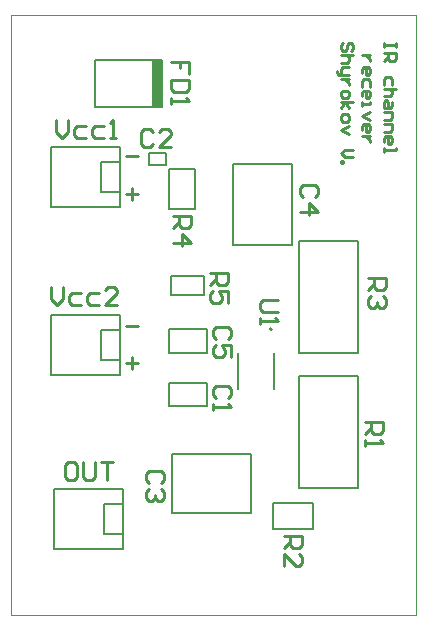
<source format=gto>
G04*
G04 #@! TF.GenerationSoftware,Altium Limited,Altium Designer,21.2.2 (38)*
G04*
G04 Layer_Color=65535*
%FSLAX25Y25*%
%MOIN*%
G70*
G04*
G04 #@! TF.SameCoordinates,88FA53B8-33D6-4C0A-A806-AD2D67DBFD48*
G04*
G04*
G04 #@! TF.FilePolarity,Positive*
G04*
G01*
G75*
%ADD10C,0.00787*%
%ADD11C,0.00394*%
%ADD12C,0.00500*%
%ADD13C,0.01000*%
%ADD14R,0.03500X0.15500*%
D10*
X117055Y130323D02*
G03*
X117055Y130323I-394J0D01*
G01*
X58000Y211625D02*
Y219625D01*
Y204600D02*
Y211625D01*
X80500Y204600D02*
Y210975D01*
X58000Y220000D02*
X80500D01*
Y210975D02*
Y220000D01*
X58000Y204600D02*
X80500D01*
X130693Y63669D02*
Y72331D01*
X117307D02*
X130693D01*
X117307Y63669D02*
Y72331D01*
Y63669D02*
X130693D01*
X126157Y114701D02*
X136000D01*
X126157Y77299D02*
Y114701D01*
Y77299D02*
X145843D01*
Y114701D01*
X136000D02*
X145843D01*
X126157Y159701D02*
X136000D01*
X126157Y122299D02*
Y159701D01*
Y122299D02*
X145843D01*
Y159701D01*
X136000D02*
X145843D01*
X114000Y185583D02*
X123843D01*
Y158417D02*
Y185583D01*
X104157Y158417D02*
X123843D01*
X104157D02*
Y185583D01*
X114000D01*
X60000Y176000D02*
X66500D01*
X60000Y186000D02*
X66500D01*
X60000Y176000D02*
Y186000D01*
X43500Y171000D02*
X66500D01*
Y191000D01*
X43500D02*
X66500D01*
X43500Y171000D02*
Y191000D01*
X83811Y69157D02*
Y79000D01*
Y69157D02*
X110189D01*
Y88842D01*
X83811D02*
X110189D01*
X83811Y79000D02*
Y88842D01*
X61000Y62000D02*
X67500D01*
X61000Y72000D02*
X67500D01*
X61000Y62000D02*
Y72000D01*
X44500Y57000D02*
X67500D01*
Y77000D01*
X44500D02*
X67500D01*
X44500Y57000D02*
Y77000D01*
X60000Y120000D02*
X66500D01*
X60000Y130000D02*
X66500D01*
X60000Y120000D02*
Y130000D01*
X43500Y115000D02*
X66500D01*
Y135000D01*
X43500D02*
X66500D01*
X43500Y115000D02*
Y135000D01*
X95299Y104640D02*
Y112514D01*
X82701D02*
X95299D01*
X82701Y104640D02*
Y112514D01*
Y104640D02*
X95299D01*
X82764Y122563D02*
Y130437D01*
Y122563D02*
X95362D01*
Y130437D01*
X82764D02*
X95362D01*
X94512Y141850D02*
Y148150D01*
X83488D02*
X94512D01*
X83488Y141850D02*
Y148150D01*
Y141850D02*
X94512D01*
X81756Y185031D02*
Y188969D01*
X76244Y185031D02*
X81756D01*
X76244D02*
Y188969D01*
X81756D01*
X82669Y170370D02*
X91331D01*
Y183756D01*
X82669D02*
X91331D01*
X82669Y170370D02*
Y183756D01*
D11*
X165000Y35000D02*
Y235000D01*
X30000Y35000D02*
X165000D01*
X30000D02*
Y235000D01*
X165000D01*
X30000D02*
X165000D01*
X30000Y35000D02*
Y235000D01*
Y35000D02*
X165000D01*
Y235000D01*
D12*
X105677Y110559D02*
Y122370D01*
X117764Y110559D02*
Y122370D01*
D13*
X158293Y225700D02*
Y224388D01*
Y225044D01*
X154358D01*
Y225700D01*
Y224388D01*
Y222420D02*
X158293D01*
Y220452D01*
X157638Y219796D01*
X156326D01*
X155670Y220452D01*
Y222420D01*
Y221108D02*
X154358Y219796D01*
X156982Y211925D02*
Y213893D01*
X156326Y214549D01*
X155014D01*
X154358Y213893D01*
Y211925D01*
X158293Y210613D02*
X154358D01*
X156326D01*
X156982Y209957D01*
Y208645D01*
X156326Y207989D01*
X154358D01*
X156982Y206021D02*
Y204709D01*
X156326Y204053D01*
X154358D01*
Y206021D01*
X155014Y206677D01*
X155670Y206021D01*
Y204053D01*
X154358Y202742D02*
X156982D01*
Y200774D01*
X156326Y200118D01*
X154358D01*
Y198806D02*
X156982D01*
Y196838D01*
X156326Y196182D01*
X154358D01*
Y192902D02*
Y194214D01*
X155014Y194870D01*
X156326D01*
X156982Y194214D01*
Y192902D01*
X156326Y192246D01*
X155670D01*
Y194870D01*
X154358Y190934D02*
Y189622D01*
Y190278D01*
X158293D01*
Y190934D01*
X149859Y221764D02*
X147235D01*
X148547D01*
X149203Y221108D01*
X149859Y220452D01*
Y219796D01*
X147235Y215861D02*
Y217173D01*
X147891Y217828D01*
X149203D01*
X149859Y217173D01*
Y215861D01*
X149203Y215205D01*
X148547D01*
Y217828D01*
X149859Y211269D02*
Y213237D01*
X149203Y213893D01*
X147891D01*
X147235Y213237D01*
Y211269D01*
Y207989D02*
Y209301D01*
X147891Y209957D01*
X149203D01*
X149859Y209301D01*
Y207989D01*
X149203Y207333D01*
X148547D01*
Y209957D01*
X147235Y206021D02*
Y204709D01*
Y205365D01*
X149859D01*
Y206021D01*
Y202742D02*
X147235Y201430D01*
X149859Y200118D01*
X147235Y196838D02*
Y198150D01*
X147891Y198806D01*
X149203D01*
X149859Y198150D01*
Y196838D01*
X149203Y196182D01*
X148547D01*
Y198806D01*
X149859Y194870D02*
X147235D01*
X148547D01*
X149203Y194214D01*
X149859Y193558D01*
Y192902D01*
X143392Y223076D02*
X144048Y223732D01*
Y225044D01*
X143392Y225700D01*
X142736D01*
X142080Y225044D01*
Y223732D01*
X141424Y223076D01*
X140768D01*
X140112Y223732D01*
Y225044D01*
X140768Y225700D01*
X144048Y221764D02*
X140112D01*
X142080D01*
X142736Y221108D01*
Y219796D01*
X142080Y219140D01*
X140112D01*
X142736Y217828D02*
X140768D01*
X140112Y217173D01*
Y215205D01*
X139456D01*
X138800Y215861D01*
Y216517D01*
X140112Y215205D02*
X142736D01*
Y213893D02*
X140112D01*
X141424D01*
X142080Y213237D01*
X142736Y212581D01*
Y211925D01*
X140112Y209301D02*
Y207989D01*
X140768Y207333D01*
X142080D01*
X142736Y207989D01*
Y209301D01*
X142080Y209957D01*
X140768D01*
X140112Y209301D01*
Y206021D02*
X144048D01*
X141424D02*
X142736Y204053D01*
X141424Y206021D02*
X140112Y204053D01*
Y201430D02*
Y200118D01*
X140768Y199462D01*
X142080D01*
X142736Y200118D01*
Y201430D01*
X142080Y202086D01*
X140768D01*
X140112Y201430D01*
X142736Y198150D02*
X140112Y196838D01*
X142736Y195526D01*
X144048Y190278D02*
X141424D01*
X140112Y188966D01*
X141424Y187654D01*
X144048D01*
X140112Y186343D02*
X140768D01*
Y185687D01*
X140112D01*
Y186343D01*
X68500Y131500D02*
X72499D01*
X70499Y121000D02*
Y117001D01*
X72499Y119001D02*
X68500D01*
X70499Y177500D02*
Y173501D01*
X72499Y175501D02*
X68500D01*
Y188000D02*
X72499D01*
X89299Y215399D02*
Y219398D01*
X86300D01*
Y217398D01*
Y219398D01*
X83301D01*
X89299Y213400D02*
X83301D01*
Y210401D01*
X84301Y209401D01*
X88299D01*
X89299Y210401D01*
Y213400D01*
X83301Y207402D02*
Y205402D01*
Y206402D01*
X89299D01*
X88299Y207402D01*
X45003Y199999D02*
Y196000D01*
X47003Y194001D01*
X49002Y196000D01*
Y199999D01*
X55000Y198000D02*
X52001D01*
X51001Y197000D01*
Y195001D01*
X52001Y194001D01*
X55000D01*
X60998Y198000D02*
X57999D01*
X56999Y197000D01*
Y195001D01*
X57999Y194001D01*
X60998D01*
X62997D02*
X64997D01*
X63997D01*
Y199999D01*
X62997Y198999D01*
X118999Y139999D02*
X114001D01*
X113001Y138999D01*
Y137000D01*
X114001Y136000D01*
X118999D01*
X113001Y134001D02*
Y132001D01*
Y133001D01*
X118999D01*
X117999Y134001D01*
X43283Y144535D02*
Y140536D01*
X45282Y138536D01*
X47282Y140536D01*
Y144535D01*
X53280Y142535D02*
X50281D01*
X49281Y141535D01*
Y139536D01*
X50281Y138536D01*
X53280D01*
X59278Y142535D02*
X56279D01*
X55279Y141535D01*
Y139536D01*
X56279Y138536D01*
X59278D01*
X65276D02*
X61277D01*
X65276Y142535D01*
Y143535D01*
X64276Y144535D01*
X62277D01*
X61277Y143535D01*
X51002Y85999D02*
X49002D01*
X48003Y84999D01*
Y81001D01*
X49002Y80001D01*
X51002D01*
X52001Y81001D01*
Y84999D01*
X51002Y85999D01*
X54001D02*
Y81001D01*
X55000Y80001D01*
X57000D01*
X57999Y81001D01*
Y85999D01*
X59999D02*
X63997D01*
X61998D01*
Y80001D01*
X96501Y148998D02*
X102499D01*
Y145999D01*
X101499Y145000D01*
X99500D01*
X98500Y145999D01*
Y148998D01*
Y146999D02*
X96501Y145000D01*
X102499Y139002D02*
Y143000D01*
X99500D01*
X100500Y141001D01*
Y140001D01*
X99500Y139002D01*
X97501D01*
X96501Y140001D01*
Y142001D01*
X97501Y143000D01*
X84001Y167998D02*
X89999D01*
Y164999D01*
X88999Y164000D01*
X87000D01*
X86000Y164999D01*
Y167998D01*
Y165999D02*
X84001Y164000D01*
Y159001D02*
X89999D01*
X87000Y162000D01*
Y158002D01*
X149001Y147498D02*
X154999D01*
Y144499D01*
X153999Y143500D01*
X152000D01*
X151000Y144499D01*
Y147498D01*
Y145499D02*
X149001Y143500D01*
X153999Y141500D02*
X154999Y140501D01*
Y138501D01*
X153999Y137502D01*
X153000D01*
X152000Y138501D01*
Y139501D01*
Y138501D01*
X151000Y137502D01*
X150001D01*
X149001Y138501D01*
Y140501D01*
X150001Y141500D01*
X121001Y61498D02*
X126999D01*
Y58499D01*
X125999Y57500D01*
X124000D01*
X123000Y58499D01*
Y61498D01*
Y59499D02*
X121001Y57500D01*
Y51502D02*
Y55500D01*
X125000Y51502D01*
X125999D01*
X126999Y52501D01*
Y54501D01*
X125999Y55500D01*
X148001Y99499D02*
X153999D01*
Y96500D01*
X152999Y95500D01*
X151000D01*
X150000Y96500D01*
Y99499D01*
Y97499D02*
X148001Y95500D01*
Y93501D02*
Y91501D01*
Y92501D01*
X153999D01*
X152999Y93501D01*
X102499Y127000D02*
X103499Y127999D01*
Y129999D01*
X102499Y130998D01*
X98501D01*
X97501Y129999D01*
Y127999D01*
X98501Y127000D01*
X103499Y121002D02*
Y125000D01*
X100500D01*
X101500Y123001D01*
Y122001D01*
X100500Y121002D01*
X98501D01*
X97501Y122001D01*
Y124001D01*
X98501Y125000D01*
X131499Y174500D02*
X132499Y175499D01*
Y177499D01*
X131499Y178498D01*
X127501D01*
X126501Y177499D01*
Y175499D01*
X127501Y174500D01*
X126501Y169501D02*
X132499D01*
X129500Y172500D01*
Y168502D01*
X79999Y79000D02*
X80999Y79999D01*
Y81999D01*
X79999Y82998D01*
X76001D01*
X75001Y81999D01*
Y79999D01*
X76001Y79000D01*
X79999Y77000D02*
X80999Y76001D01*
Y74001D01*
X79999Y73002D01*
X79000D01*
X78000Y74001D01*
Y75001D01*
Y74001D01*
X77000Y73002D01*
X76001D01*
X75001Y74001D01*
Y76001D01*
X76001Y77000D01*
X77400Y195999D02*
X76401Y196999D01*
X74401D01*
X73402Y195999D01*
Y192001D01*
X74401Y191001D01*
X76401D01*
X77400Y192001D01*
X83398Y191001D02*
X79400D01*
X83398Y195000D01*
Y195999D01*
X82399Y196999D01*
X80399D01*
X79400Y195999D01*
X102499Y107500D02*
X103499Y108500D01*
Y110499D01*
X102499Y111499D01*
X98501D01*
X97501Y110499D01*
Y108500D01*
X98501Y107500D01*
X97501Y105501D02*
Y103501D01*
Y104501D01*
X103499D01*
X102499Y105501D01*
D14*
X78750Y212350D02*
D03*
M02*

</source>
